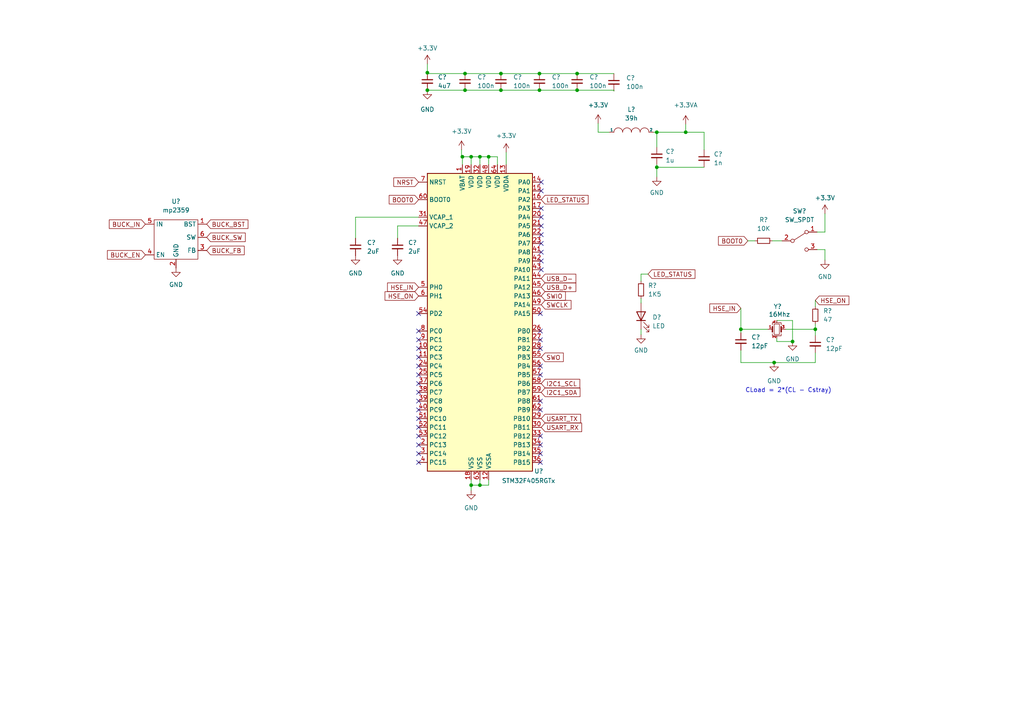
<source format=kicad_sch>
(kicad_sch (version 20211123) (generator eeschema)
  (paper "A4")
  (title_block (title "STM32F4_REV") (date "2022-10-16") (rev "2.0") (company "ROBOTICS_CLUB"))
  (lib_symbols
    (symbol "Device:C_Small" (pin_numbers hide) (pin_names (offset 0.254) hide)
      (property "Reference" "C" (at 0.254 1.778 0))
      (property "Value" "C_Small" (at 0.254 -2.032 0))
      (symbol "C_Small_0_1"
        (polyline (pts (xy -1.524 -0.508) (xy 1.524 -0.508)) (stroke (width 0.3302)))
        (polyline (pts (xy -1.524 0.508) (xy 1.524 0.508)) (stroke (width 0.3048)))
      )
      (symbol "C_Small_1_1"
        (pin passive line (at 0 2.54 270) (length 2.032) (name "~") (number "1"))
        (pin passive line (at 0 -2.54 90) (length 2.032) (name "~") (number "2"))
      )
    )
    (symbol "Device:Crystal_GND24_Small" (pin_names (offset 1.016) hide)
      (property "Reference" "Y" (at 1.27 4.445 0))
      (property "Value" "Crystal_GND24_Small" (at 1.27 2.54 0))
      (symbol "Crystal_GND24_Small_0_1"
        (rectangle (start -0.762 -1.524) (end 0.762 1.524))
        (polyline (pts (xy -1.27 -0.762) (xy -1.27 0.762)) (stroke (width 0.381)))
        (polyline (pts (xy 1.27 -0.762) (xy 1.27 0.762)) (stroke (width 0.381)))
        (polyline (pts (xy -1.27 -1.27) (xy -1.27 -1.905) (xy 1.27 -1.905) (xy 1.27 -1.27)))
        (polyline (pts (xy -1.27 1.27) (xy -1.27 1.905) (xy 1.27 1.905) (xy 1.27 1.27)))
      )
      (symbol "Crystal_GND24_Small_1_1"
        (pin passive line (at -2.54 0 0) (length 1.27) (name "1") (number "1"))
        (pin passive line (at 0 -2.54 90) (length 0.635) (name "2") (number "2"))
        (pin passive line (at 2.54 0 180) (length 1.27) (name "3") (number "3"))
        (pin passive line (at 0 2.54 270) (length 0.635) (name "4") (number "4"))
      )
    )
    (symbol "Device:LED" (pin_numbers hide) (pin_names (offset 1.016) hide)
      (property "Reference" "D" (at 0 2.54 0))
      (property "Value" "LED" (at 0 -2.54 0))
      (symbol "LED_0_1"
        (polyline (pts (xy -1.27 -1.27) (xy -1.27 1.27)) (stroke (width 0.254)))
        (polyline (pts (xy -1.27 0) (xy 1.27 0)))
        (polyline (pts (xy 1.27 -1.27) (xy 1.27 1.27) (xy -1.27 0) (xy 1.27 -1.27)) (stroke (width 0.254)))
        (polyline (pts (xy -3.048 -0.762) (xy -4.572 -2.286) (xy -3.81 -2.286) (xy -4.572 -2.286) (xy -4.572 -1.524)))
        (polyline (pts (xy -1.778 -0.762) (xy -3.302 -2.286) (xy -2.54 -2.286) (xy -3.302 -2.286) (xy -3.302 -1.524)))
      )
      (symbol "LED_1_1"
        (pin passive line (at -3.81 0 0) (length 2.54) (name "K") (number "1"))
        (pin passive line (at 3.81 0 180) (length 2.54) (name "A") (number "2"))
      )
    )
    (symbol "Device:R_Small" (pin_numbers hide) (pin_names (offset 0.254) hide)
      (property "Reference" "R" (at 0.762 0.508 0))
      (property "Value" "R_Small" (at 0.762 -1.016 0))
      (symbol "R_Small_0_1"
        (rectangle (start -0.762 1.778) (end 0.762 -1.778) (stroke (width 0.2032)))
      )
      (symbol "R_Small_1_1"
        (pin passive line (at 0 2.54 270) (length 0.762) (name "~") (number "1"))
        (pin passive line (at 0 -2.54 90) (length 0.762) (name "~") (number "2"))
      )
    )
    (symbol "MCU_ST_STM32F4:STM32F405RGTx"
      (property "Reference" "U" (at -15.24 44.45 0))
      (property "Value" "STM32F405RGTx" (at 10.16 44.45 0))
      (symbol "STM32F405RGTx_0_1"
        (rectangle (start -15.24 -43.18) (end 15.24 43.18) (stroke (width 0.254)) (fill (type background)))
      )
      (symbol "STM32F405RGTx_1_1"
        (pin power_in line (at -5.08 45.72 270) (length 2.54) (name "VBAT") (number "1"))
        (pin bidirectional line (at -17.78 -7.62 0) (length 2.54) (name "PC2") (number "10"))
        (pin bidirectional line (at -17.78 -10.16 0) (length 2.54) (name "PC3") (number "11"))
        (pin power_in line (at 2.54 -45.72 90) (length 2.54) (name "VSSA") (number "12"))
        (pin power_in line (at 7.62 45.72 270) (length 2.54) (name "VDDA") (number "13"))
        (pin bidirectional line (at 17.78 40.64 180) (length 2.54) (name "PA0") (number "14"))
        (pin bidirectional line (at 17.78 38.1 180) (length 2.54) (name "PA1") (number "15"))
        (pin bidirectional line (at 17.78 35.56 180) (length 2.54) (name "PA2") (number "16"))
        (pin bidirectional line (at 17.78 33.02 180) (length 2.54) (name "PA3") (number "17"))
        (pin power_in line (at -2.54 -45.72 90) (length 2.54) (name "VSS") (number "18"))
        (pin power_in line (at -2.54 45.72 270) (length 2.54) (name "VDD") (number "19"))
        (pin bidirectional line (at -17.78 -35.56 0) (length 2.54) (name "PC13") (number "2"))
        (pin bidirectional line (at 17.78 30.48 180) (length 2.54) (name "PA4") (number "20"))
        (pin bidirectional line (at 17.78 27.94 180) (length 2.54) (name "PA5") (number "21"))
        (pin bidirectional line (at 17.78 25.4 180) (length 2.54) (name "PA6") (number "22"))
        (pin bidirectional line (at 17.78 22.86 180) (length 2.54) (name "PA7") (number "23"))
        (pin bidirectional line (at -17.78 -12.7 0) (length 2.54) (name "PC4") (number "24"))
        (pin bidirectional line (at -17.78 -15.24 0) (length 2.54) (name "PC5") (number "25"))
        (pin bidirectional line (at 17.78 -2.54 180) (length 2.54) (name "PB0") (number "26"))
        (pin bidirectional line (at 17.78 -5.08 180) (length 2.54) (name "PB1") (number "27"))
        (pin bidirectional line (at 17.78 -7.62 180) (length 2.54) (name "PB2") (number "28"))
        (pin bidirectional line (at 17.78 -27.94 180) (length 2.54) (name "PB10") (number "29"))
        (pin bidirectional line (at -17.78 -38.1 0) (length 2.54) (name "PC14") (number "3"))
        (pin bidirectional line (at 17.78 -30.48 180) (length 2.54) (name "PB11") (number "30"))
        (pin power_in line (at -17.78 30.48 0) (length 2.54) (name "VCAP_1") (number "31"))
        (pin power_in line (at 0 45.72 270) (length 2.54) (name "VDD") (number "32"))
        (pin bidirectional line (at 17.78 -33.02 180) (length 2.54) (name "PB12") (number "33"))
        (pin bidirectional line (at 17.78 -35.56 180) (length 2.54) (name "PB13") (number "34"))
        (pin bidirectional line (at 17.78 -38.1 180) (length 2.54) (name "PB14") (number "35"))
        (pin bidirectional line (at 17.78 -40.64 180) (length 2.54) (name "PB15") (number "36"))
        (pin bidirectional line (at -17.78 -17.78 0) (length 2.54) (name "PC6") (number "37"))
        (pin bidirectional line (at -17.78 -20.32 0) (length 2.54) (name "PC7") (number "38"))
        (pin bidirectional line (at -17.78 -22.86 0) (length 2.54) (name "PC8") (number "39"))
        (pin bidirectional line (at -17.78 -40.64 0) (length 2.54) (name "PC15") (number "4"))
        (pin bidirectional line (at -17.78 -25.4 0) (length 2.54) (name "PC9") (number "40"))
        (pin bidirectional line (at 17.78 20.32 180) (length 2.54) (name "PA8") (number "41"))
        (pin bidirectional line (at 17.78 17.78 180) (length 2.54) (name "PA9") (number "42"))
        (pin bidirectional line (at 17.78 15.24 180) (length 2.54) (name "PA10") (number "43"))
        (pin bidirectional line (at 17.78 12.7 180) (length 2.54) (name "PA11") (number "44"))
        (pin bidirectional line (at 17.78 10.16 180) (length 2.54) (name "PA12") (number "45"))
        (pin bidirectional line (at 17.78 7.62 180) (length 2.54) (name "PA13") (number "46"))
        (pin power_in line (at -17.78 27.94 0) (length 2.54) (name "VCAP_2") (number "47"))
        (pin power_in line (at 2.54 45.72 270) (length 2.54) (name "VDD") (number "48"))
        (pin bidirectional line (at 17.78 5.08 180) (length 2.54) (name "PA14") (number "49"))
        (pin input line (at -17.78 10.16 0) (length 2.54) (name "PH0") (number "5"))
        (pin bidirectional line (at 17.78 2.54 180) (length 2.54) (name "PA15") (number "50"))
        (pin bidirectional line (at -17.78 -27.94 0) (length 2.54) (name "PC10") (number "51"))
        (pin bidirectional line (at -17.78 -30.48 0) (length 2.54) (name "PC11") (number "52"))
        (pin bidirectional line (at -17.78 -33.02 0) (length 2.54) (name "PC12") (number "53"))
        (pin bidirectional line (at -17.78 2.54 0) (length 2.54) (name "PD2") (number "54"))
        (pin bidirectional line (at 17.78 -10.16 180) (length 2.54) (name "PB3") (number "55"))
        (pin bidirectional line (at 17.78 -12.7 180) (length 2.54) (name "PB4") (number "56"))
        (pin bidirectional line (at 17.78 -15.24 180) (length 2.54) (name "PB5") (number "57"))
        (pin bidirectional line (at 17.78 -17.78 180) (length 2.54) (name "PB6") (number "58"))
        (pin bidirectional line (at 17.78 -20.32 180) (length 2.54) (name "PB7") (number "59"))
        (pin input line (at -17.78 7.62 0) (length 2.54) (name "PH1") (number "6"))
        (pin input line (at -17.78 35.56 0) (length 2.54) (name "BOOT0") (number "60"))
        (pin bidirectional line (at 17.78 -22.86 180) (length 2.54) (name "PB8") (number "61"))
        (pin bidirectional line (at 17.78 -25.4 180) (length 2.54) (name "PB9") (number "62"))
        (pin power_in line (at 0 -45.72 90) (length 2.54) (name "VSS") (number "63"))
        (pin power_in line (at 5.08 45.72 270) (length 2.54) (name "VDD") (number "64"))
        (pin input line (at -17.78 40.64 0) (length 2.54) (name "NRST") (number "7"))
        (pin bidirectional line (at -17.78 -2.54 0) (length 2.54) (name "PC0") (number "8"))
        (pin bidirectional line (at -17.78 -5.08 0) (length 2.54) (name "PC1") (number "9"))
      )
    )
    (symbol "Prashant_library:mp2359"
      (property "Reference" "U" (at 0 6.35 0))
      (property "Value" "mp2359" (at -1.27 0 0))
      (symbol "mp2359_0_1"
        (rectangle (start -6.35 5.08) (end 6.35 -6.35))
      )
      (symbol "mp2359_1_1"
        (pin input line (at 8.89 3.81 180) (length 2.54) (name "BST") (number "1"))
        (pin input line (at 0 -8.89 90) (length 2.54) (name "GND") (number "2"))
        (pin input line (at 8.89 -3.81 180) (length 2.54) (name "FB") (number "3"))
        (pin input line (at -8.89 -5.08 0) (length 2.54) (name "EN") (number "4"))
        (pin input line (at -8.89 3.81 0) (length 2.54) (name "IN") (number "5"))
        (pin input line (at 8.89 0 180) (length 2.54) (name "SW") (number "6"))
      )
    )
    (symbol "Switch:SW_SPDT" (pin_names (offset 0) hide)
      (property "Reference" "SW" (at 0 4.318 0))
      (property "Value" "SW_SPDT" (at 0 -5.08 0))
      (symbol "SW_SPDT_0_0"
        (circle (center -2.032 0) (radius 0.508))
        (circle (center 2.032 -2.54) (radius 0.508))
      )
      (symbol "SW_SPDT_0_1"
        (polyline (pts (xy -1.524 0.254) (xy 1.651 2.286)))
        (circle (center 2.032 2.54) (radius 0.508))
      )
      (symbol "SW_SPDT_1_1"
        (pin passive line (at 5.08 2.54 180) (length 2.54) (name "A") (number "1"))
        (pin passive line (at -5.08 0 0) (length 2.54) (name "B") (number "2"))
        (pin passive line (at 5.08 -2.54 180) (length 2.54) (name "C") (number "3"))
      )
    )
    (symbol "power:+3.3V" (power) (pin_names (offset 0))
      (property "Value" "+3.3V" (at 0 3.556 0))
      (symbol "+3.3V_0_1"
        (polyline (pts (xy -0.762 1.27) (xy 0 2.54)))
        (polyline (pts (xy 0 0) (xy 0 2.54)))
        (polyline (pts (xy 0 2.54) (xy 0.762 1.27)))
      )
      (symbol "+3.3V_1_1"
        (pin power_in line (at 0 0 90) (length 0) hide (name "+3.3V") (number "1"))
      )
    )
    (symbol "power:+3.3VA" (power) (pin_names (offset 0))
      (property "Value" "+3.3VA" (at 0 3.556 0))
      (symbol "+3.3VA_0_1"
        (polyline (pts (xy -0.762 1.27) (xy 0 2.54)))
        (polyline (pts (xy 0 0) (xy 0 2.54)))
        (polyline (pts (xy 0 2.54) (xy 0.762 1.27)))
      )
      (symbol "+3.3VA_1_1"
        (pin power_in line (at 0 0 90) (length 0) hide (name "+3.3VA") (number "1"))
      )
    )
    (symbol "power:GND" (power) (pin_names (offset 0))
      (property "Value" "GND" (at 0 -3.81 0))
      (symbol "GND_0_1"
        (polyline (pts (xy 0 0) (xy 0 -1.27) (xy 1.27 -1.27) (xy 0 -2.54) (xy -1.27 -1.27) (xy 0 -1.27)))
      )
      (symbol "GND_1_1"
        (pin power_in line (at 0 0 270) (length 0) hide (name "GND") (number "1"))
      )
    )
    (symbol "pspice:INDUCTOR" (pin_numbers hide) (pin_names (offset 0))
      (property "Reference" "L" (at 0 2.54 0))
      (property "Value" "INDUCTOR" (at 0 -1.27 0))
      (symbol "INDUCTOR_0_1"
        (arc (start -2.54 0) (mid -3.81 1.27) (end -5.08 0))
        (arc (start 0 0) (mid -1.27 1.27) (end -2.54 0))
        (arc (start 2.54 0) (mid 1.27 1.27) (end 0 0))
        (arc (start 5.08 0) (mid 3.81 1.27) (end 2.54 0))
      )
      (symbol "INDUCTOR_1_1"
        (pin input line (at -6.35 0 0) (length 1.27) (name "1") (number "1"))
        (pin input line (at 6.35 0 180) (length 1.27) (name "2") (number "2"))
      )
    )
  )
  (junction (at 123.952 26.162))
  (junction (at 139.192 140.716))
  (junction (at 229.87 99.06))
  (junction (at 190.5 48.514))
  (junction (at 134.112 45.466))
  (junction (at 224.536 105.156))
  (junction (at 134.874 21.336))
  (junction (at 123.952 21.082))
  (junction (at 134.874 26.162))
  (junction (at 141.732 45.466))
  (junction (at 136.652 140.716))
  (junction (at 139.192 45.466))
  (junction (at 156.464 26.162))
  (junction (at 145.288 21.336))
  (junction (at 136.652 45.466))
  (junction (at 145.288 26.162))
  (junction (at 198.882 38.354))
  (junction (at 190.5 38.354))
  (junction (at 236.474 95.504))
  (junction (at 214.884 95.504))
  (junction (at 167.386 26.162))
  (junction (at 167.386 21.336))
  (junction (at 156.464 21.336))
  (no_connect (at 156.972 68.072))
  (no_connect (at 156.718 106.172))
  (no_connect (at 156.718 129.032))
  (no_connect (at 156.972 62.992))
  (no_connect (at 121.412 103.632))
  (no_connect (at 156.972 60.452))
  (no_connect (at 121.412 98.552))
  (no_connect (at 156.972 55.372))
  (no_connect (at 121.412 113.792))
  (no_connect (at 156.972 78.232))
  (no_connect (at 156.718 98.552))
  (no_connect (at 121.412 90.932))
  (no_connect (at 156.718 126.492))
  (no_connect (at 121.412 134.112))
  (no_connect (at 121.412 121.412))
  (no_connect (at 121.412 131.572))
  (no_connect (at 156.972 70.612))
  (no_connect (at 121.412 106.172))
  (no_connect (at 156.718 101.092))
  (no_connect (at 156.972 73.152))
  (no_connect (at 156.718 118.872))
  (no_connect (at 121.412 108.712))
  (no_connect (at 156.972 52.832))
  (no_connect (at 156.718 134.112))
  (no_connect (at 156.718 96.012))
  (no_connect (at 121.412 118.872))
  (no_connect (at 121.412 123.952))
  (no_connect (at 121.412 129.032))
  (no_connect (at 156.972 75.692))
  (no_connect (at 121.412 111.252))
  (no_connect (at 121.412 101.092))
  (no_connect (at 156.718 108.712))
  (no_connect (at 121.412 96.012))
  (no_connect (at 156.718 90.932))
  (no_connect (at 121.412 116.332))
  (no_connect (at 156.972 65.532))
  (no_connect (at 121.412 126.492))
  (no_connect (at 156.718 131.572))
  (no_connect (at 156.718 116.332))
  (wire (pts (xy 103.124 62.992) (xy 121.412 62.992)))
  (wire (pts (xy 173.482 38.354) (xy 176.784 38.354)))
  (wire (pts (xy 136.652 142.24) (xy 136.652 140.716)))
  (wire (pts (xy 214.884 101.6) (xy 214.884 105.156)))
  (wire (pts (xy 185.928 79.502) (xy 185.928 81.534)))
  (wire (pts (xy 204.216 38.354) (xy 204.216 43.434)))
  (wire (pts (xy 185.928 95.504) (xy 185.928 97.028)))
  (wire (pts (xy 146.812 44.196) (xy 146.812 47.752)))
  (wire (pts (xy 136.652 140.716) (xy 139.192 140.716)))
  (wire (pts (xy 156.464 21.336) (xy 145.288 21.336)))
  (wire (pts (xy 141.732 45.466) (xy 144.272 45.466)))
  (wire (pts (xy 141.732 140.716) (xy 141.732 139.192)))
  (wire (pts (xy 236.474 102.362) (xy 236.474 105.156)))
  (wire (pts (xy 144.272 45.466) (xy 144.272 47.752)))
  (wire (pts (xy 123.952 21.336) (xy 123.952 21.082)))
  (wire (pts (xy 190.5 47.752) (xy 190.5 48.514)))
  (wire (pts (xy 227.838 95.504) (xy 236.474 95.504)))
  (wire (pts (xy 239.268 72.39) (xy 239.268 75.438)))
  (wire (pts (xy 145.288 21.336) (xy 134.874 21.336)))
  (wire (pts (xy 134.112 45.466) (xy 136.652 45.466)))
  (wire (pts (xy 167.386 21.336) (xy 156.464 21.336)))
  (wire (pts (xy 139.192 140.716) (xy 141.732 140.716)))
  (wire (pts (xy 123.952 26.162) (xy 134.874 26.162)))
  (wire (pts (xy 224.028 69.85) (xy 226.822 69.85)))
  (wire (pts (xy 185.928 86.614) (xy 185.928 87.884)))
  (wire (pts (xy 133.858 43.434) (xy 133.858 45.466)))
  (wire (pts (xy 229.87 92.964) (xy 229.87 99.06)))
  (wire (pts (xy 198.882 38.354) (xy 204.216 38.354)))
  (wire (pts (xy 236.474 87.122) (xy 236.474 88.9)))
  (wire (pts (xy 214.884 105.156) (xy 224.536 105.156)))
  (wire (pts (xy 141.732 45.466) (xy 141.732 47.752)))
  (wire (pts (xy 134.874 21.336) (xy 123.952 21.336)))
  (wire (pts (xy 136.652 139.192) (xy 136.652 140.716)))
  (wire (pts (xy 198.882 36.068) (xy 198.882 38.354)))
  (wire (pts (xy 178.054 26.162) (xy 178.054 26.416)))
  (wire (pts (xy 103.124 62.992) (xy 103.124 69.088)))
  (wire (pts (xy 216.916 69.85) (xy 218.948 69.85)))
  (wire (pts (xy 123.952 18.542) (xy 123.952 21.082)))
  (wire (pts (xy 236.474 95.504) (xy 236.474 97.282)))
  (wire (pts (xy 178.054 21.336) (xy 167.386 21.336)))
  (wire (pts (xy 190.5 48.514) (xy 190.5 51.308)))
  (wire (pts (xy 239.268 67.31) (xy 236.982 67.31)))
  (wire (pts (xy 190.5 38.354) (xy 189.484 38.354)))
  (wire (pts (xy 136.652 45.466) (xy 139.192 45.466)))
  (wire (pts (xy 167.386 21.082) (xy 167.386 21.336)))
  (wire (pts (xy 187.96 79.502) (xy 185.928 79.502)))
  (wire (pts (xy 115.316 65.532) (xy 115.316 69.088)))
  (wire (pts (xy 145.288 26.162) (xy 156.464 26.162)))
  (wire (pts (xy 139.192 47.752) (xy 139.192 45.466)))
  (wire (pts (xy 214.884 95.504) (xy 214.884 96.52)))
  (wire (pts (xy 225.298 99.06) (xy 225.298 98.044)))
  (wire (pts (xy 156.464 26.162) (xy 167.386 26.162)))
  (wire (pts (xy 134.874 21.082) (xy 134.874 21.336)))
  (wire (pts (xy 229.87 99.06) (xy 225.298 99.06)))
  (wire (pts (xy 224.536 105.156) (xy 236.474 105.156)))
  (wire (pts (xy 190.5 38.354) (xy 198.882 38.354)))
  (wire (pts (xy 190.5 48.514) (xy 204.216 48.514)))
  (wire (pts (xy 156.464 21.082) (xy 156.464 21.336)))
  (wire (pts (xy 134.112 45.466) (xy 134.112 47.752)))
  (wire (pts (xy 167.386 26.162) (xy 178.054 26.162)))
  (wire (pts (xy 139.192 45.466) (xy 141.732 45.466)))
  (wire (pts (xy 190.5 42.672) (xy 190.5 38.354)))
  (wire (pts (xy 134.874 26.162) (xy 145.288 26.162)))
  (wire (pts (xy 173.482 35.814) (xy 173.482 38.354)))
  (wire (pts (xy 236.982 72.39) (xy 239.268 72.39)))
  (wire (pts (xy 145.288 21.082) (xy 145.288 21.336)))
  (wire (pts (xy 133.858 45.466) (xy 134.112 45.466)))
  (wire (pts (xy 236.474 93.98) (xy 236.474 95.504)))
  (wire (pts (xy 239.268 61.976) (xy 239.268 67.31)))
  (wire (pts (xy 139.192 139.192) (xy 139.192 140.716)))
  (wire (pts (xy 214.884 95.504) (xy 222.758 95.504)))
  (wire (pts (xy 225.298 92.964) (xy 229.87 92.964)))
  (wire (pts (xy 121.412 65.532) (xy 115.316 65.532)))
  (wire (pts (xy 136.652 47.752) (xy 136.652 45.466)))
  (wire (pts (xy 214.884 89.408) (xy 214.884 95.504)))
  (text "CLoad = 2*(CL - Cstray)" (at 216.154 114.046 0) (effects (font (size 1.27 1.27)) (justify left bottom)))
  (global_label "HSE_IN" (shape input) (at 214.884 89.408 180) (property "Intersheet References" "${INTERSHEET_REFS}" (effects hide)))
  (global_label "USART_RX" (shape input) (at 156.972 123.952 0) (property "Intersheet References" "${INTERSHEET_REFS}" (effects hide)))
  (global_label "BUCK_SW" (shape input) (at 59.944 68.834 0) (property "Intersheet References" "${INTERSHEET_REFS}" (effects hide)))
  (global_label "HSE_IN" (shape input) (at 121.412 83.312 180) (property "Intersheet References" "${INTERSHEET_REFS}" (effects hide)))
  (global_label "BUCK_FB" (shape input) (at 59.944 72.644 0) (property "Intersheet References" "${INTERSHEET_REFS}" (effects hide)))
  (global_label "BUCK_IN" (shape input) (at 42.164 65.024 180) (property "Intersheet References" "${INTERSHEET_REFS}" (effects hide)))
  (global_label "BUCK_EN" (shape input) (at 42.164 73.914 180) (property "Intersheet References" "${INTERSHEET_REFS}" (effects hide)))
  (global_label "USB_D-" (shape input) (at 156.972 80.772 0) (property "Intersheet References" "${INTERSHEET_REFS}" (effects hide)))
  (global_label "HSE_ON" (shape input) (at 121.412 85.852 180) (property "Intersheet References" "${INTERSHEET_REFS}" (effects hide)))
  (global_label "BOOT0" (shape input) (at 121.412 57.912 180) (property "Intersheet References" "${INTERSHEET_REFS}" (effects hide)))
  (global_label "BOOT0" (shape input) (at 216.916 69.85 180) (property "Intersheet References" "${INTERSHEET_REFS}" (effects hide)))
  (global_label "BUCK_BST" (shape input) (at 59.944 65.024 0) (property "Intersheet References" "${INTERSHEET_REFS}" (effects hide)))
  (global_label "HSE_ON" (shape input) (at 236.474 87.122 0) (property "Intersheet References" "${INTERSHEET_REFS}" (effects hide)))
  (global_label "USB_D+" (shape input) (at 156.972 83.312 0) (property "Intersheet References" "${INTERSHEET_REFS}" (effects hide)))
  (global_label "SWO" (shape input) (at 156.972 103.632 0) (property "Intersheet References" "${INTERSHEET_REFS}" (effects hide)))
  (global_label "USART_TX" (shape input) (at 156.972 121.412 0) (property "Intersheet References" "${INTERSHEET_REFS}" (effects hide)))
  (global_label "SWCLK" (shape input) (at 156.972 88.392 0) (property "Intersheet References" "${INTERSHEET_REFS}" (effects hide)))
  (global_label "SWIO" (shape input) (at 156.972 85.852 0) (property "Intersheet References" "${INTERSHEET_REFS}" (effects hide)))
  (global_label "I2C1_SCL" (shape input) (at 156.972 111.252 0) (property "Intersheet References" "${INTERSHEET_REFS}" (effects hide)))
  (global_label "LED_STATUS" (shape input) (at 187.96 79.502 0) (property "Intersheet References" "${INTERSHEET_REFS}" (effects hide)))
  (global_label "LED_STATUS" (shape input) (at 156.972 57.912 0) (property "Intersheet References" "${INTERSHEET_REFS}" (effects hide)))
  (global_label "NRST" (shape input) (at 121.412 52.832 180) (property "Intersheet References" "${INTERSHEET_REFS}" (effects hide)))
  (global_label "I2C1_SDA" (shape input) (at 156.972 113.792 0) (property "Intersheet References" "${INTERSHEET_REFS}" (effects hide)))
  (symbol (lib_id "power:GND") (at 185.928 97.028 0) (unit 1)
    (property "Reference" "#PWR?" (effects hide))
    (property "Value" "GND" (at 185.928 101.6 0))
  )
  (symbol (lib_id "Device:C_Small") (at 134.874 23.622 0) (unit 1)
    (property "Reference" "C?" (at 138.43 22.3582 0) (effects (justify left)))
    (property "Value" "100n" (at 138.43 24.8982 0) (effects (justify left)))
  )
  (symbol (lib_id "power:+3.3V") (at 239.268 61.976 0) (unit 1)
    (property "Reference" "#PWR?" (effects hide))
    (property "Value" "+3.3V" (at 239.268 57.404 0))
  )
  (symbol (lib_id "Prashant_library:mp2359") (at 51.054 68.834 0) (unit 1)
    (property "Reference" "U?" (at 51.054 58.42 0))
    (property "Value" "mp2359" (at 51.054 60.96 0))
  )
  (symbol (lib_id "Device:C_Small") (at 145.288 23.622 0) (unit 1)
    (property "Reference" "C?" (at 148.844 22.3582 0) (effects (justify left)))
    (property "Value" "100n" (at 148.844 24.8982 0) (effects (justify left)))
  )
  (symbol (lib_id "Device:R_Small") (at 221.488 69.85 90) (unit 1)
    (property "Reference" "R?" (at 221.488 63.754 90))
    (property "Value" "10K" (at 221.488 66.294 90))
  )
  (symbol (lib_id "Device:C_Small") (at 156.464 23.622 0) (unit 1)
    (property "Reference" "C?" (at 160.02 22.3582 0) (effects (justify left)))
    (property "Value" "100n" (at 160.02 24.8982 0) (effects (justify left)))
  )
  (symbol (lib_id "Device:R_Small") (at 236.474 91.44 0) (unit 1)
    (property "Reference" "R?" (at 238.76 90.1699 0) (effects (justify left)))
    (property "Value" "47" (at 238.76 92.7099 0) (effects (justify left)))
  )
  (symbol (lib_id "Device:C_Small") (at 123.952 23.622 0) (unit 1)
    (property "Reference" "C?" (at 127 22.3582 0) (effects (justify left)))
    (property "Value" "4u7" (at 127 24.8982 0) (effects (justify left)))
  )
  (symbol (lib_id "power:+3.3V") (at 133.858 43.434 0) (unit 1)
    (property "Reference" "#PWR?" (effects hide))
    (property "Value" "+3.3V" (at 133.858 38.1 0))
  )
  (symbol (lib_id "Device:C_Small") (at 178.054 23.876 0) (unit 1)
    (property "Reference" "C?" (at 181.61 22.6122 0) (effects (justify left)))
    (property "Value" "100n" (at 181.61 25.1522 0) (effects (justify left)))
  )
  (symbol (lib_id "Device:C_Small") (at 190.5 45.212 0) (unit 1)
    (property "Reference" "C?" (at 193.04 43.9482 0) (effects (justify left)))
    (property "Value" "1u" (at 193.04 46.4882 0) (effects (justify left)))
  )
  (symbol (lib_id "Device:C_Small") (at 214.884 99.06 0) (unit 1)
    (property "Reference" "C?" (at 217.932 97.7962 0) (effects (justify left)))
    (property "Value" "12pF" (at 217.932 100.3362 0) (effects (justify left)))
  )
  (symbol (lib_id "power:GND") (at 123.952 26.162 0) (unit 1)
    (property "Reference" "#PWR?" (effects hide))
    (property "Value" "GND" (at 123.952 31.75 0))
  )
  (symbol (lib_id "Device:C_Small") (at 204.216 45.974 0) (unit 1)
    (property "Reference" "C?" (at 207.01 44.7102 0) (effects (justify left)))
    (property "Value" "1n" (at 207.01 47.2502 0) (effects (justify left)))
  )
  (symbol (lib_id "Device:C_Small") (at 115.316 71.628 0) (unit 1)
    (property "Reference" "C?" (at 118.364 70.3642 0) (effects (justify left)))
    (property "Value" "2uF" (at 118.364 72.9042 0) (effects (justify left)))
  )
  (symbol (lib_id "Device:LED") (at 185.928 91.694 90) (unit 1)
    (property "Reference" "D?" (at 189.23 92.0114 90) (effects (justify right)))
    (property "Value" "LED" (at 189.23 94.5514 90) (effects (justify right)))
  )
  (symbol (lib_id "Switch:SW_SPDT") (at 231.902 69.85 0) (unit 1)
    (property "Reference" "SW?" (at 231.902 61.214 0))
    (property "Value" "SW_SPDT" (at 231.902 63.754 0))
  )
  (symbol (lib_id "Device:C_Small") (at 236.474 99.822 0) (unit 1)
    (property "Reference" "C?" (at 239.522 98.5582 0) (effects (justify left)))
    (property "Value" "12pF" (at 239.522 101.0982 0) (effects (justify left)))
  )
  (symbol (lib_id "power:GND") (at 224.536 105.156 0) (unit 1)
    (property "Reference" "#PWR?" (effects hide))
    (property "Value" "GND" (at 224.536 110.49 0))
  )
  (symbol (lib_id "power:GND") (at 190.5 51.308 0) (unit 1)
    (property "Reference" "#PWR?" (effects hide))
    (property "Value" "GND" (at 190.5 55.88 0))
  )
  (symbol (lib_id "power:GND") (at 136.652 142.24 0) (unit 1)
    (property "Reference" "#PWR?" (effects hide))
    (property "Value" "GND" (at 136.652 147.32 0))
  )
  (symbol (lib_id "power:GND") (at 229.87 99.06 0) (unit 1)
    (property "Reference" "#PWR?" (effects hide))
    (property "Value" "GND" (at 229.87 104.14 0))
  )
  (symbol (lib_id "Device:R_Small") (at 185.928 84.074 0) (unit 1)
    (property "Reference" "R?" (at 187.96 82.8039 0) (effects (justify left)))
    (property "Value" "1K5" (at 187.96 85.3439 0) (effects (justify left)))
  )
  (symbol (lib_id "pspice:INDUCTOR") (at 183.134 38.354 0) (unit 1)
    (property "Reference" "L?" (at 183.134 31.75 0))
    (property "Value" "39h" (at 183.134 34.29 0))
  )
  (symbol (lib_id "Device:C_Small") (at 167.386 23.622 0) (unit 1)
    (property "Reference" "C?" (at 170.942 22.3582 0) (effects (justify left)))
    (property "Value" "100n" (at 170.942 24.8982 0) (effects (justify left)))
  )
  (symbol (lib_id "power:+3.3V") (at 173.482 35.814 0) (unit 1)
    (property "Reference" "#PWR?" (effects hide))
    (property "Value" "+3.3V" (at 173.482 30.48 0))
  )
  (symbol (lib_id "power:GND") (at 103.124 74.168 0) (unit 1)
    (property "Reference" "#PWR?" (effects hide))
    (property "Value" "GND" (at 103.124 79.248 0))
  )
  (symbol (lib_id "Device:Crystal_GND24_Small") (at 225.298 95.504 0) (unit 1)
    (property "Reference" "Y?" (at 225.552 88.9 0))
    (property "Value" "16Mhz" (at 226.06 91.186 0))
  )
  (symbol (lib_id "power:GND") (at 51.054 77.724 0) (unit 1)
    (property "Reference" "#PWR?" (effects hide))
    (property "Value" "GND" (at 51.054 82.55 0))
  )
  (symbol (lib_id "power:GND") (at 115.316 74.168 0) (unit 1)
    (property "Reference" "#PWR?" (effects hide))
    (property "Value" "GND" (at 115.316 79.248 0))
  )
  (symbol (lib_id "MCU_ST_STM32F4:STM32F405RGTx") (at 139.192 93.472 0) (unit 1)
    (property "Reference" "U?" (at 154.94 136.652 0) (effects (justify left)))
    (property "Value" "STM32F405RGTx" (at 145.542 139.446 0) (effects (justify left)))
    (property "Footprint" "Package_QFP:LQFP-64_10x10mm_P0.5mm" (effects hide))
    (property "Datasheet" "http://www.st.com/st-web-ui/static/active/en/resource/technical/document/datasheet/DM00037051.pdf" (effects hide))
  )
  (symbol (lib_id "power:+3.3V") (at 146.812 44.196 0) (unit 1)
    (property "Reference" "#PWR?" (effects hide))
    (property "Value" "+3.3V" (at 146.812 39.37 0))
  )
  (symbol (lib_id "power:GND") (at 239.268 75.438 0) (unit 1)
    (property "Reference" "#PWR?" (effects hide))
    (property "Value" "GND" (at 239.268 80.264 0))
  )
  (symbol (lib_id "power:+3.3V") (at 123.952 18.542 0) (unit 1)
    (property "Reference" "#PWR?" (effects hide))
    (property "Value" "+3.3V" (at 123.952 13.97 0))
  )
  (symbol (lib_id "Device:C_Small") (at 103.124 71.628 0) (unit 1)
    (property "Reference" "C?" (at 106.426 70.3642 0) (effects (justify left)))
    (property "Value" "2uF" (at 106.426 72.9042 0) (effects (justify left)))
  )
  (symbol (lib_id "power:+3.3VA") (at 198.882 36.068 0) (unit 1)
    (property "Reference" "#PWR?" (effects hide))
    (property "Value" "+3.3VA" (at 198.882 30.48 0))
  )
)
</source>
